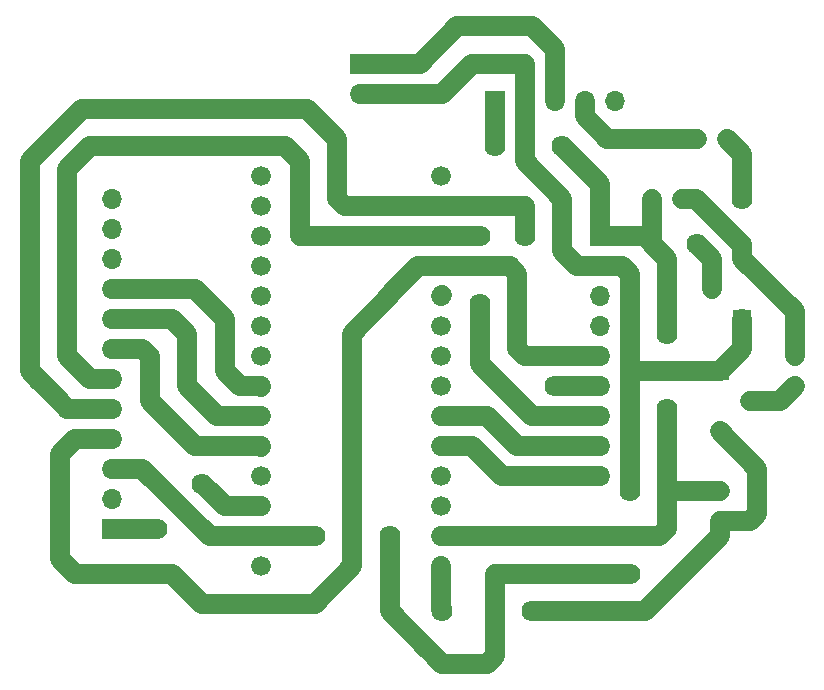
<source format=gbr>
G04 #@! TF.GenerationSoftware,KiCad,Pcbnew,5.1.5-52549c5~84~ubuntu18.04.1*
G04 #@! TF.CreationDate,2020-06-18T15:22:24-04:00*
G04 #@! TF.ProjectId,ib4,6962342e-6b69-4636-9164-5f7063625858,rev?*
G04 #@! TF.SameCoordinates,PX3851b98PY542d128*
G04 #@! TF.FileFunction,Copper,L4,Bot*
G04 #@! TF.FilePolarity,Positive*
%FSLAX46Y46*%
G04 Gerber Fmt 4.6, Leading zero omitted, Abs format (unit mm)*
G04 Created by KiCad (PCBNEW 5.1.5-52549c5~84~ubuntu18.04.1) date 2020-06-18 15:22:24*
%MOMM*%
%LPD*%
G04 APERTURE LIST*
%ADD10O,1.600000X1.600000*%
%ADD11C,1.600000*%
%ADD12R,1.500000X1.500000*%
%ADD13C,1.500000*%
%ADD14O,1.700000X1.700000*%
%ADD15R,1.700000X1.700000*%
%ADD16C,1.676400*%
%ADD17C,1.780000*%
%ADD18C,1.700000*%
G04 APERTURE END LIST*
D10*
X63500000Y15875000D03*
D11*
X63500000Y18415000D03*
D10*
X69850000Y29845000D03*
D11*
X69850000Y27305000D03*
D10*
X60325000Y43180000D03*
D11*
X57785000Y43180000D03*
D10*
X61595000Y48260000D03*
D11*
X64135000Y48260000D03*
D12*
X63500000Y28575000D03*
D13*
X63500000Y23495000D03*
X66040000Y26035000D03*
D12*
X65405000Y33020000D03*
D13*
X65405000Y38100000D03*
X62865000Y35560000D03*
D14*
X33020000Y52070000D03*
D15*
X33020000Y54610000D03*
D14*
X54610000Y51435000D03*
X52070000Y51435000D03*
X49530000Y51435000D03*
X46990000Y51435000D03*
D15*
X44450000Y51435000D03*
X12065000Y15240000D03*
D14*
X12065000Y17780000D03*
X12065000Y20320000D03*
X12065000Y22860000D03*
X12065000Y25400000D03*
X12065000Y27940000D03*
X12065000Y30480000D03*
X12065000Y33020000D03*
X12065000Y35560000D03*
X12065000Y38100000D03*
X12065000Y40640000D03*
X12065000Y43180000D03*
X53340000Y19685000D03*
X53340000Y22225000D03*
X53340000Y24765000D03*
X53340000Y27305000D03*
X53340000Y29845000D03*
X53340000Y32385000D03*
X53340000Y34925000D03*
X53340000Y37465000D03*
D15*
X53340000Y40005000D03*
D16*
X24688800Y45059600D03*
X24688800Y42519600D03*
X24688800Y39979600D03*
X24688800Y37439600D03*
X24688800Y34899600D03*
X24688800Y32359600D03*
X24688800Y29819600D03*
X24688800Y27279600D03*
X24688800Y24739600D03*
X24688800Y22199600D03*
X24688800Y19659600D03*
X24688800Y17119600D03*
X24688800Y14579600D03*
X24688800Y12039600D03*
X39928800Y12039600D03*
X39928800Y14579600D03*
X39928800Y17119600D03*
X39928800Y19659600D03*
X39928800Y22199600D03*
X39928800Y24739600D03*
X39928800Y27279600D03*
X39928800Y29819600D03*
X39928800Y32359600D03*
X39928800Y34899600D03*
X39928800Y37439600D03*
X39928800Y39979600D03*
X39928800Y42519600D03*
X39928800Y45059600D03*
D17*
X55880000Y18415000D03*
X29210000Y14605000D03*
X35560000Y14605000D03*
X55880000Y11430000D03*
X43180000Y40005000D03*
X43180000Y34290000D03*
X49530000Y27305000D03*
X46990000Y40005000D03*
X44450000Y47625000D03*
X50165000Y47625000D03*
X59055000Y31750000D03*
X59055000Y25400000D03*
X15875000Y15240000D03*
X19685000Y19050000D03*
X47625000Y8255000D03*
X40005000Y8255000D03*
X61595000Y39370000D03*
X65405000Y43180000D03*
D18*
X40020300Y34991100D02*
X39928800Y34899600D01*
X53340000Y37465000D02*
X55245000Y37465000D01*
X24688800Y14579600D02*
X29184600Y14579600D01*
X29184600Y14579600D02*
X29210000Y14605000D01*
X23503407Y14579600D02*
X23478007Y14605000D01*
X24688800Y14579600D02*
X23503407Y14579600D01*
X14605000Y20320000D02*
X12065000Y20320000D01*
X23503407Y14579600D02*
X20345400Y14579600D01*
X20345400Y14579600D02*
X14605000Y20320000D01*
X55245000Y37465000D02*
X55880000Y36830000D01*
X55880000Y19685000D02*
X55880000Y18415000D01*
X51435000Y37465000D02*
X50165000Y38735000D01*
X53340000Y37465000D02*
X51435000Y37465000D01*
X46990000Y46355000D02*
X50165000Y43180000D01*
X46990000Y51435000D02*
X46990000Y46355000D01*
X50165000Y38735000D02*
X50165000Y43180000D01*
X35560000Y8255000D02*
X38735000Y5080000D01*
X35560000Y14605000D02*
X35560000Y8255000D01*
X40005000Y3810000D02*
X35560000Y8255000D01*
X44450000Y4445000D02*
X43815000Y3810000D01*
X43815000Y3810000D02*
X40005000Y3810000D01*
X55880000Y11430000D02*
X44450000Y11430000D01*
X44450000Y11430000D02*
X44450000Y4445000D01*
X63500000Y28575000D02*
X55880000Y28575000D01*
X55880000Y36830000D02*
X55880000Y28575000D01*
X55880000Y28575000D02*
X55880000Y19685000D01*
X46990000Y51435000D02*
X46990000Y54610000D01*
X65405000Y30480000D02*
X63500000Y28575000D01*
X65405000Y33020000D02*
X65405000Y30480000D01*
X46990000Y54610000D02*
X42545000Y54610000D01*
X40005000Y52070000D02*
X33020000Y52070000D01*
X42545000Y54610000D02*
X40005000Y52070000D01*
X39928800Y39979600D02*
X43154600Y39979600D01*
X43154600Y39979600D02*
X43180000Y40005000D01*
X43180000Y34290000D02*
X43180000Y29210000D01*
X43180000Y29210000D02*
X47625000Y24765000D01*
X47625000Y24765000D02*
X53340000Y24765000D01*
X10160000Y27940000D02*
X12065000Y27940000D01*
X8255000Y45720000D02*
X8255000Y29845000D01*
X27965400Y39979600D02*
X27940000Y40005000D01*
X39928800Y39979600D02*
X27965400Y39979600D01*
X27940000Y40005000D02*
X27940000Y46355000D01*
X26670000Y47625000D02*
X10160000Y47625000D01*
X8255000Y29845000D02*
X10160000Y27940000D01*
X27940000Y46355000D02*
X26670000Y47625000D01*
X10160000Y47625000D02*
X8255000Y45720000D01*
X51502919Y27305000D02*
X49530000Y27305000D01*
X47015400Y42519600D02*
X39928800Y42519600D01*
X53340000Y27305000D02*
X51502919Y27305000D01*
X8255000Y25400000D02*
X12065000Y25400000D01*
X5715000Y27940000D02*
X7620000Y26035000D01*
X7620000Y26035000D02*
X8255000Y25400000D01*
X47015400Y42519600D02*
X47015400Y40030400D01*
X5080000Y28575000D02*
X7620000Y26035000D01*
X9525000Y50800000D02*
X5080000Y46355000D01*
X5080000Y46355000D02*
X5080000Y28575000D01*
X28575000Y50800000D02*
X9525000Y50800000D01*
X38743407Y42519600D02*
X38718007Y42545000D01*
X39928800Y42519600D02*
X38743407Y42519600D01*
X31750000Y42545000D02*
X31115000Y43180000D01*
X31115000Y48260000D02*
X28575000Y50800000D01*
X38718007Y42545000D02*
X31750000Y42545000D01*
X31115000Y43180000D02*
X31115000Y48260000D01*
X41114193Y37439600D02*
X39928800Y37439600D01*
X46990000Y29845000D02*
X46355000Y30480000D01*
X46355000Y36830000D02*
X45720000Y37465000D01*
X46355000Y30480000D02*
X46355000Y36830000D01*
X45720000Y37465000D02*
X41139593Y37465000D01*
X41139593Y37465000D02*
X41114193Y37439600D01*
X53340000Y29845000D02*
X46990000Y29845000D01*
X35712400Y35204400D02*
X37947600Y37439600D01*
X35712400Y35077400D02*
X35712400Y35204400D01*
X32385000Y12065000D02*
X32385000Y31750000D01*
X29210000Y8890000D02*
X32385000Y12065000D01*
X19685000Y8890000D02*
X29210000Y8890000D01*
X32385000Y31750000D02*
X35712400Y35077400D01*
X8890000Y22860000D02*
X7620000Y21590000D01*
X37947600Y37439600D02*
X39928800Y37439600D01*
X12065000Y22860000D02*
X8890000Y22860000D01*
X7620000Y21590000D02*
X7620000Y12700000D01*
X8890000Y11430000D02*
X17145000Y11430000D01*
X7620000Y12700000D02*
X8890000Y11430000D01*
X17145000Y11430000D02*
X19685000Y8890000D01*
X44450000Y51435000D02*
X44450000Y47625000D01*
X53340000Y44450000D02*
X53340000Y40005000D01*
X50165000Y47625000D02*
X53340000Y44450000D01*
X59055000Y15240000D02*
X58394600Y14579600D01*
X53340000Y40005000D02*
X57150000Y40005000D01*
X58394600Y14579600D02*
X39928800Y14579600D01*
X63500000Y18415000D02*
X59055000Y18415000D01*
X59055000Y18415000D02*
X59055000Y15240000D01*
X59055000Y38100000D02*
X59055000Y31750000D01*
X59055000Y25400000D02*
X59055000Y15240000D01*
X57785000Y43180000D02*
X57785000Y39370000D01*
X57150000Y40005000D02*
X57785000Y39370000D01*
X57785000Y39370000D02*
X59055000Y38100000D01*
X24625300Y22136100D02*
X24688800Y22199600D01*
X12065000Y30480000D02*
X14605000Y30480000D01*
X23503407Y22199600D02*
X23478007Y22225000D01*
X24688800Y22199600D02*
X23503407Y22199600D01*
X23478007Y22225000D02*
X19050000Y22225000D01*
X19050000Y22225000D02*
X15240000Y26035000D01*
X15240000Y29845000D02*
X14605000Y30480000D01*
X15240000Y26035000D02*
X15240000Y29845000D01*
X12065000Y33020000D02*
X15875000Y33020000D01*
X23503407Y24739600D02*
X23478007Y24765000D01*
X24688800Y24739600D02*
X23503407Y24739600D01*
X23478007Y24765000D02*
X20955000Y24765000D01*
X20955000Y24765000D02*
X18415000Y27305000D01*
X18415000Y27305000D02*
X18415000Y31750000D01*
X17145000Y33020000D02*
X15875000Y33020000D01*
X18415000Y31750000D02*
X17145000Y33020000D01*
X24625300Y27216100D02*
X24688800Y27279600D01*
X23478007Y27305000D02*
X23503407Y27279600D01*
X23478007Y27321993D02*
X23478007Y27305000D01*
X19050000Y35560000D02*
X21590000Y33020000D01*
X23461014Y27305000D02*
X23478007Y27321993D01*
X22860000Y27305000D02*
X23461014Y27305000D01*
X23503407Y27279600D02*
X24688800Y27279600D01*
X12065000Y35560000D02*
X19050000Y35560000D01*
X21590000Y33020000D02*
X21590000Y28575000D01*
X21590000Y28575000D02*
X22860000Y27305000D01*
X12065000Y15240000D02*
X15875000Y15240000D01*
X23503407Y17119600D02*
X23478007Y17145000D01*
X24688800Y17119600D02*
X23503407Y17119600D01*
X23478007Y17145000D02*
X21590000Y17145000D01*
X21590000Y17145000D02*
X20320000Y18415000D01*
X20320000Y18415000D02*
X19685000Y19050000D01*
X19685000Y19050000D02*
X19685000Y19050000D01*
X42570400Y22199600D02*
X39928800Y22199600D01*
X45085000Y19685000D02*
X42570400Y22199600D01*
X53340000Y19685000D02*
X45085000Y19685000D01*
X43840400Y24739600D02*
X39928800Y24739600D01*
X46355000Y22225000D02*
X43840400Y24739600D01*
X53340000Y22225000D02*
X46355000Y22225000D01*
X52070000Y50232919D02*
X52070000Y51435000D01*
X52070000Y50165000D02*
X52070000Y50232919D01*
X61595000Y48260000D02*
X53975000Y48260000D01*
X53975000Y48260000D02*
X52070000Y50165000D01*
X49530000Y55880000D02*
X47625000Y57785000D01*
X49530000Y51435000D02*
X49530000Y55880000D01*
X33020000Y54610000D02*
X38100000Y54610000D01*
X41275000Y57785000D02*
X47625000Y57785000D01*
X38100000Y54610000D02*
X41275000Y57785000D01*
X39928800Y8331200D02*
X40005000Y8255000D01*
X63500000Y14605000D02*
X63500000Y15875000D01*
X63500000Y15875000D02*
X66040000Y15875000D01*
X66040000Y15875000D02*
X66675000Y16510000D01*
X66675000Y20320000D02*
X63500000Y23495000D01*
X66675000Y16510000D02*
X66675000Y20320000D01*
X47625000Y8255000D02*
X57150000Y8255000D01*
X57150000Y8255000D02*
X63500000Y14605000D01*
X39928800Y12039600D02*
X39928800Y8331200D01*
X65405000Y39370000D02*
X65405000Y38100000D01*
X69850000Y33655000D02*
X69850000Y29845000D01*
X65405000Y38100000D02*
X69850000Y33655000D01*
X65405000Y39160660D02*
X65405000Y38100000D01*
X65405000Y39231370D02*
X65405000Y39160660D01*
X61456370Y43180000D02*
X65405000Y39231370D01*
X60325000Y43180000D02*
X61456370Y43180000D01*
X62865000Y38100000D02*
X61595000Y39370000D01*
X62865000Y36620660D02*
X62865000Y38100000D01*
X62865000Y35560000D02*
X62865000Y36620660D01*
X65405000Y46990000D02*
X64135000Y48260000D01*
X65405000Y43180000D02*
X65405000Y46990000D01*
X68580000Y26035000D02*
X69850000Y27305000D01*
X66040000Y26035000D02*
X68580000Y26035000D01*
M02*

</source>
